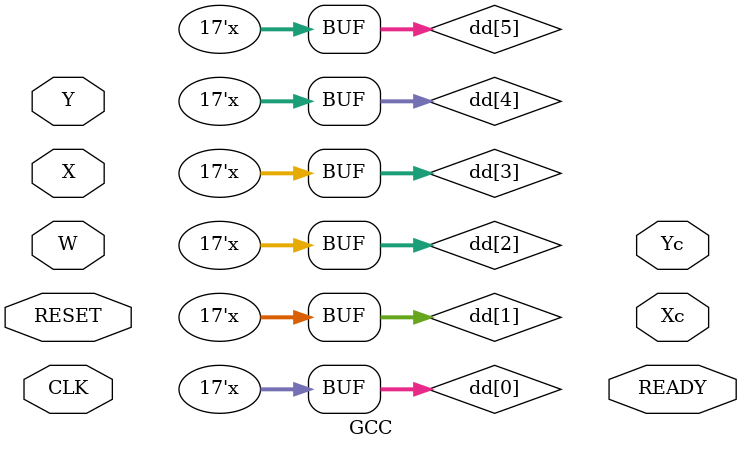
<source format=v>
`timescale 10ns/1ps
module GCC (CLK,RESET,X, Y, W, READY, Xc, Yc);
// I/OS
input CLK, RESET;
input [7:0] X;
input [7:0] Y;
input [3:0] W;
output [7:0] Xc, Yc;
output READY;


// REGISTERS
reg [2:0] i;
reg [7:0] x [0:5];
reg [7:0] y [0:5];
reg [3:0] w [0:5];
wire [16:0] d [0:5]; // 2*255*255
reg [2:0] j [0:5];


// WIRES
wire [14:0] SUMXW, SUMYW;
wire [6:0] SUMW;
wire [7:0] dx [0:5];
wire [7:0] dy [0:5];
wire [7:0] xc, yc;
wire [7:0] xx [0:5];
wire [7:0] yy [0:5];
wire [3:0] ww [0:5];
wire [16:0] dd [0:5];
wire [2:0] I0, I1, I2, I3, I4;


//ASSIGN INPUTS
assign xx[0] = x[0], xx[1] = x[1], xx[2] = x[2], xx[3] = x[3], xx[4] = x[4], xx[5] = x[5];
assign yy[0] = y[0], yy[1] = y[1], yy[2] = y[2], yy[3] = y[3], yy[4] = y[4], yy[5] = y[5];
assign ww[0] = w[0], ww[1] = w[1], ww[2] = y[2], ww[3] = w[3], ww[4] = w[4], ww[5] = w[5];
assign dd[0] = d[0], dd[1] = d[1], dd[2] = d[2], dd[3] = d[3], dd[4] = d[4], dd[5] = d[5]; 


// CHANGE IN DISTANCE FROM CENTER OF MASS
assign dx[0] = (x[0] > Xc)? (x[0]-Xc):(Xc-x[0]);
assign dy[0] = (y[0] > Yc)? (y[0]-Yc):(Yc-y[0]);

assign dx[1] = (x[1] > Xc)? (x[1]-Xc):(Xc-x[1]);
assign dy[1] = (y[1] > Yc)? (y[1]-Yc):(Yc-y[1]);
assign dx[2] = (x[2] > Xc)? (x[2]-Xc):(Xc-x[2]);
assign dy[2] = (y[2] > Yc)? (y[2]-Yc):(Yc-y[2]);
assign dx[3] = (x[3] > Xc)? (x[3]-Xc):(Xc-x[3]);
assign dy[3] = (y[3] > Yc)? (y[3]-Yc):(Yc-y[3]);
assign dx[4] = (x[4] > Xc)? (x[4]-Xc):(Xc-x[4]);
assign dy[4] = (y[4] > Yc)? (y[4]-Yc):(Yc-y[4]);
assign dx[5] = (x[5] > Xc)? (x[5]-Xc):(Xc-x[5]);
assign dy[5] = (y[5] > Yc)? (y[5]-Yc):(Yc-y[5]);

assign d[0] = dx[0]*dx[0] + dy[0]*dy[0];
assign d[1] = dx[1]*dx[1] + dy[1]*dy[1];
assign d[2] = dx[2]*dx[2] + dy[2]*dy[2];
assign d[3] = dx[3]*dx[3] + dy[3]*dy[3];
assign d[4] = dx[4]*dx[4] + dy[4]*dy[4];
assign d[5] = dx[5]*dx[5] + dy[5]*dy[5];



// SUMMATION OF POINTS
assign SUMXW = x[0]*w[0] + x[1]*w[1] + x[2]*w[2] + x[3]*w[3] + x[4]*w[4] + x[5]*w[5];
assign SUMYW = y[0]*w[0] + y[1]*w[1] + y[2]*w[2] + y[3]*w[3] + y[4]*w[4] + y[5]*w[5];
assign SUMW = w[0] + w[1] + w[2] + w[3] + w[4] + w[5];


// OUTPUTS
//assign Xc = xcc;
//assign Yc = ycc;

always @ (posedge CLK) begin
  if (RESET == 0) begin
    x[0] <= 0;  y[0] <= 0; w[0] <= 0;
    x[1] <= 0;  y[1] <= 0; w[1] <= 0;
    x[2] <= 0;  y[2] <= 0; w[2] <= 0;
    x[3] <= 0;  y[3] <= 0; w[3] <= 0;
    x[4] <= 0;  y[4] <= 0; w[4] <= 0;
    x[5] <= 0;  y[5] <= 0; w[5] <= 0;
    i <= 0;    
  end
  
    
  if (RESET == 1) begin
    
    if (i <= 5) begin      
      if ((X != x[i] || Y != y[i] || W != w[i]) && (W != 0)) begin
        x[i] <= X;
        y[i] <= Y;
        w[i] <= W;

        
//        if (i == 0) begin
//          dx <= X;
//         dy <= Y;
//          d[i] <= dx*dx+dy*dy;
//        end // end if (i == 0)
        
//        else if (i>=1) begin
//          dx <= (X > Xc)? (X-Xc):(Xc-X);
//          dy <= (Y > Yc)? (Y-Yc):(Yc-Y);
//          d[i] <= dx*dx+dy*dy;
//        end

        i <= i+1;
      end   
   
    end // end first 6 points
    
    else begin //if ((w[5] != 0) && (W != 0)) begin // new point comparison
      x[I4] <= X;
      y[I4] <= Y;
      w[I4] <= W;
 //     dx <= (X > Xc)? (X-Xc):(Xc-X);
 //     dy <= (Y > Yc)? (Y-Yc):(Yc-Y);
 //     d[I4] <= dx*dx+dy*dy;
    end  
    
  end
  
end


Comparator compare01(xx[0], yy[0], ww[0], dd[0], 3'b000, xx[1], yy[1], ww[1], dd[1], 3'b001, I0);
Comparator Compare23(xx[2], yy[2], ww[2], dd[2], 3'b010, xx[3], yy[3], ww[3], dd[3], 3'b011, I1);
Comparator Compare45(xx[4], yy[4], ww[4], dd[4], 3'b100, xx[5], yy[5], ww[5], dd[5], 3'b101, I2);

Comparator Compare0123(xx[I0], yy[I0], ww[I0], dd[I0], I0, xx[I1], yy[I1], ww[I1], dd[I1], I1, I3);
Comparator CompareAll(xx[I2], yy[I2], ww[I2], dd[I2], I2, xx[I3], yy[I3], ww[I3], dd[I3], I3, I4);

            
Center centerx(.clk(CLK), .RESET(RESET), .sum(SUMXW), .sumw(SUMW), .C(xc));
Center centery(.clk(CLK), .RESET(RESET), .sum(SUMYW), .sumw(SUMW), .C(yc));
endmodule


</source>
